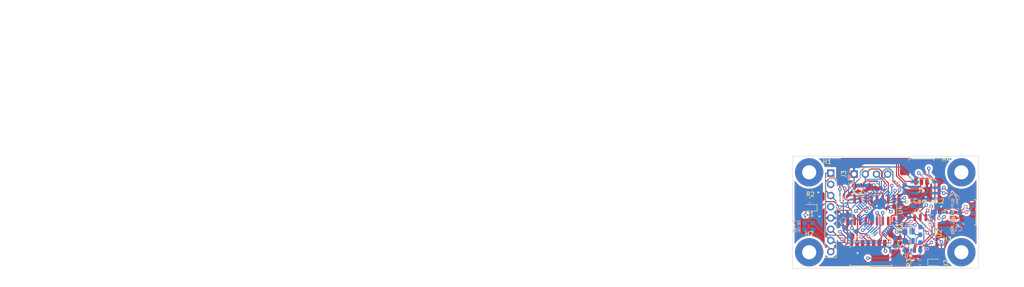
<source format=kicad_pcb>
(kicad_pcb (version 20211014) (generator pcbnew)
  (title_block (title "SLCam") (date "2023-02-07") (rev "v0.2") (company "Space Technology Research Laboratory - SpaceLab") (comment 1 "Support: Gabriel Mariano Marcelino <gabriel.mm8@gmail.com>") (comment 2 "Author: Vitória Beatriz Bianchin <vitoriabbianchin@gmail.com>"))
  (layers (0 "F.Cu" signal) (1 "In1.Cu" signal) (2 "In2.Cu" signal) (31 "B.Cu" signal) (34 "B.Paste" user) (35 "F.Paste" user) (36 "B.SilkS" user "B.Silkscreen") (37 "F.SilkS" user "F.Silkscreen") (38 "B.Mask" user) (39 "F.Mask" user) (44 "Edge.Cuts" user))
  (net 0 "")
  (net 2 "/SPI2_MISO")
  (net 3 "/SPI2_MOSI")
  (net 4 "/SPI2_SCK")
  (net 10 "/SPI_NSS")
  (net 12 "/OSC_IN2")
  (net 13 "/OSC_OUT2")
  (net 14 "/CAN_SHDN")
  (net 16 "/CAN_S")
  (net 19 "/FLASH_WP")
  (net 20 "/FLASH_HR")
  (net 24 "GND")
  (net 25 "/RESET")
  (net 26 "VCC")
  (net 27 "Net-(D1-Pad1)")
  (net 28 "Net-(D2-Pad1)")
  (net 29 "/SPI_SCK")
  (net 30 "/SPI_MISO")
  (net 31 "/SPI_MOSI")
  (net 32 "/I2C_SCL")
  (net 33 "/I2C_SDA")
  (net 34 "/3V3_IMG_SENSOR")
  (net 35 "/SPI_NSS_IMG")
  (net 36 "/SWDIO")
  (net 37 "/SWCLK")
  (net 38 "/CAN_N")
  (net 39 "/CAN_P")
  (net 40 "/UART_TX")
  (net 41 "/UART_RX")
  (net 42 "/BOOT0")
  (net 43 "/BOOT1")
  (net 44 "/CAN_TX")
  (net 45 "/CAN_RX")
  (net 46 "/EN_SWITCH")
  (net 47 "/SPI_NSS_FLASH")
  (net 48 "Net-(C7-Pad2)")
  (net 49 "/OSC_IN")
  (net 50 "/OSC_OUT")
  (net 51 "/HEARTBEAT")
  (footprint "Connector_PinHeader_2.54mm:PinHeader_1x08_P2.54mm_Vertical" (layer "F.Cu") (at 205.79 53.62)
    (fp_text reference "J2")
    (fp_text value "Conn_01x08")
  )
  (footprint "Package_SO:SOIC-8_5.23x5.23mm_P1.27mm" (layer "F.Cu") (at 226.695 67.266 90)
    (fp_text reference "U2")
    (fp_text value "W25Q128JVS")
  )
  (footprint "Package_SO:SOIC-16_3.9x9.9mm_P1.27mm" (layer "F.Cu") (at 215.646 61.976 -90)
    (fp_text reference "U4")
    (fp_text value "TPS2044D")
  )
  (footprint "Connector_PinHeader_2.54mm:PinHeader_1x04_P2.54mm_Vertical" (layer "F.Cu") (at 211.074 53.848 90)
    (fp_text reference "J3")
    (fp_text value "Conn_01x04")
  )
  (footprint "MountingHole:MountingHole_3.2mm_M3_Pad" (layer "F.Cu") (at 200.914 53.44)
    (fp_text reference "H1")
    (fp_text value "MountingHole")
  )
  (footprint "MountingHole:MountingHole_3.2mm_M3_Pad" (layer "F.Cu") (at 200.914 71.53)
    (fp_text reference "H2")
    (fp_text value "MountingHole")
  )
  (footprint "MountingHole:MountingHole_3.2mm_M3_Pad" (layer "F.Cu") (at 235.36 71.53)
    (fp_text reference "H3")
    (fp_text value "MountingHole")
  )
  (footprint "MountingHole:MountingHole_3.2mm_M3_Pad" (layer "F.Cu") (at 235.36 53.44)
    (fp_text reference "H4")
    (fp_text value "MountingHole")
  )
  (footprint "Capacitor_SMD:C_0603_1608Metric_Pad1.05x0.95mm_HandSolder" (layer "F.Cu") (at 222.9612 70.1154 -90)
    (fp_text reference "C1")
    (fp_text value "1uF")
  )
  (footprint "LED_SMD:LED_0603_1608Metric_Pad1.05x0.95mm_HandSolder" (layer "F.Cu") (at 201.055 61.468 180)
    (fp_text reference "D1")
    (fp_text value "LED")
  )
  (footprint "Connector_Molex:Molex_PicoBlade_53261-0671_1x06-1MP_P1.25mm_Horizontal" (layer "F.Cu") (at 214.884 71.882)
    (fp_text reference "J1")
    (fp_text value "532610671")
  )
  (footprint "Connector_Molex:Molex_PicoBlade_53261-0371_1x03-1MP_P1.25mm_Horizontal" (layer "F.Cu") (at 235.966 62.484 90)
    (fp_text reference "J4")
    (fp_text value "532610371")
  )
  (footprint "Resistor_SMD:R_0603_1608Metric_Pad1.05x0.95mm_HandSolder" (layer "F.Cu") (at 222.6564 66.2318 -90)
    (fp_text reference "R1")
    (fp_text value "10K")
  )
  (footprint "Resistor_SMD:R_0603_1608Metric_Pad1.05x0.95mm_HandSolder" (layer "F.Cu") (at 201.055 59.7916 180)
    (fp_text reference "R2")
    (fp_text value "510")
  )
  (footprint "Resistor_SMD:R_0603_1608Metric_Pad1.05x0.95mm_HandSolder" (layer "F.Cu") (at 226.0092 73.8124)
    (fp_text reference "R3")
    (fp_text value "510")
  )
  (footprint "Connector_Molex:Molex_PicoBlade_53261-0371_1x03-1MP_P1.25mm_Horizontal" (layer "F.Cu") (at 226.314 53.086 180)
    (fp_text reference "J5")
    (fp_text value "532610371")
  )
  (footprint "Capacitor_SMD:C_0603_1608Metric_Pad1.05x0.95mm_HandSolder" (layer "F.Cu") (at 211.9884 56.388)
    (fp_text reference "C2")
    (fp_text value "100nF")
  )
  (footprint "LED_SMD:LED_0603_1608Metric_Pad1.05x0.95mm_HandSolder" (layer "F.Cu") (at 229.4242 73.8124)
    (fp_text reference "D2")
    (fp_text value "LED")
  )
  (footprint "Package_QFP:LQFP-48_7x7mm_P0.5mm" (layer "B.Cu") (at 216.988109 62.511445 135)
    (fp_text reference "U1")
    (fp_text value "STM32F103C8Tx")
  )
  (footprint "Crystal:Crystal_SMD_Abracon_ABM8G-4Pin_3.2x2.5mm" (layer "B.Cu") (at 223.354 67.902 -90)
    (fp_text reference "Y1")
    (fp_text value "Crystal_GND24")
  )
  (footprint "Package_SO:SOIC-8_3.9x4.9mm_P1.27mm" (layer "B.Cu") (at 227.265 57.531)
    (fp_text reference "U3")
    (fp_text value "TCAN330G")
  )
  (footprint "Resistor_SMD:R_0603_1608Metric_Pad1.05x0.95mm_HandSolder" (layer "B.Cu") (at 222.504 57.1614 -90)
    (fp_text reference "R4")
    (fp_text value "100K")
  )
  (footprint "Resistor_SMD:R_0603_1608Metric_Pad1.05x0.95mm_HandSolder" (layer "B.Cu") (at 210.930718 67.453282 45)
    (fp_text reference "R5")
    (fp_text value "100K")
  )
  (footprint "Resistor_SMD:R_0603_1608Metric_Pad1.05x0.95mm_HandSolder" (layer "B.Cu") (at 200.801 66.4464)
    (fp_text reference "R6")
    (fp_text value "10K")
  )
  (footprint "Resistor_SMD:R_0603_1608Metric_Pad1.05x0.95mm_HandSolder" (layer "B.Cu") (at 200.8124 64.9224)
    (fp_text reference "R7")
    (fp_text value "10K")
  )
  (footprint "Resistor_SMD:R_0603_1608Metric_Pad1.05x0.95mm_HandSolder" (layer "B.Cu") (at 237.998 61.835 90)
    (fp_text reference "R8")
    (fp_text value "120")
  )
  (footprint "Capacitor_SMD:C_0603_1608Metric_Pad1.05x0.95mm_HandSolder" (layer "B.Cu") (at 209.566282 65.388718 -135)
    (fp_text reference "C3")
    (fp_text value "10nF")
  )
  (footprint "Capacitor_SMD:C_0603_1608Metric_Pad1.05x0.95mm_HandSolder" (layer "B.Cu") (at 225.284 61.087)
    (fp_text reference "C5")
    (fp_text value "10nF")
  )
  (footprint "Capacitor_SMD:C_0603_1608Metric_Pad1.05x0.95mm_HandSolder" (layer "B.Cu") (at 220.4212 69.3026 -90)
    (fp_text reference "C6")
    (fp_text value "10nF")
  )
  (footprint "Capacitor_SMD:C_0603_1608Metric_Pad1.05x0.95mm_HandSolder" (layer "B.Cu") (at 226.06 66.689 90)
    (fp_text reference "C7")
    (fp_text value "20pF")
  )
  (footprint "Capacitor_SMD:C_0603_1608Metric_Pad1.05x0.95mm_HandSolder" (layer "B.Cu") (at 226.06 70.217 90)
    (fp_text reference "C8")
    (fp_text value "20pF")
  )
  (footprint "Resistor_SMD:R_0603_1608Metric_Pad1.05x0.95mm_HandSolder" (layer "B.Cu") (at 223.407 71.12)
    (fp_text reference "R9")
    (fp_text value "1M")
  )
  (footprint "Capacitor_SMD:C_0603_1608Metric_Pad1.05x0.95mm_HandSolder" (layer "B.Cu") (at 212.993 56.4896 180)
    (fp_text reference "C4")
    (fp_text value "10nF")
  )
  (footprint "Capacitor_SMD:C_0603_1608Metric_Pad1.08x0.95mm_HandSolder" (layer "B.Cu") (at 234.1372 62.6364)
    (fp_text reference "C9")
    (fp_text value "12pF")
  )
  (footprint "lib:spacelab-logo" (layer "B.Cu") (at 233.68 62.484 -90)
    (fp_text reference "G***" hide)
    (fp_text value "LOGO" hide)
  )
  (footprint "lib:ECS-.327-12.5-34R-C-TR" (layer "B.Cu") (at 230.99395 63.7032 -90)
    (fp_text reference "Y2")
    (fp_text value "Crystal")
  )
  (footprint "Capacitor_SMD:C_0603_1608Metric_Pad1.08x0.95mm_HandSolder" (layer "B.Cu") (at 234.1372 64.8208)
    (fp_text reference "C10")
    (fp_text value "12pF")
  )
  (gr_poly (pts (xy 239.268 75.184) (xy 197.104 75.184) (xy 197.104 49.784) (xy 239.268 49.784)) (layer "Edge.Cuts") (width 0.1) (fill none))
  (gr_text "SLCam v0.2" (at 227.076 59.944) (layer "F.SilkS") (effects (font (size 1 1))))
  (segment (start 207.149089 54.800911) (end 205.488079 54.800911) (width 0.25) (layer "F.Cu") (net 2))
  (segment (start 208.28109 50.29309) (end 223.912873 50.29309) (width 0.25) (layer "F.Cu") (net 2))
  (segment (start 207.149089 51.422911) (end 208.28 50.292) (width 0.25) (layer "F.Cu") (net 2))
  (segment (start 205.488079 54.800911) (end 204.615489 55.673501) (width 0.25) (layer "F.Cu") (net 2))
  (segment (start 204.615489 57.525489) (end 205.79 58.7) (width 0.25) (layer "F.Cu") (net 2))
  (segment (start 229.360075 55.740292) (end 229.360075 67.364853) (width 0.25) (layer "F.Cu") (net 2))
  (segment (start 226.06 70.664928) (end 226.06 70.866) (width 0.25) (layer "F.Cu") (net 2))
  (segment (start 223.912873 50.29309) (end 229.360075 55.740292) (width 0.25) (layer "F.Cu") (net 2))
  (segment (start 207.149089 54.800911) (end 207.149089 51.422911) (width 0.25) (layer "F.Cu") (net 2))
  (segment (start 208.28 50.292) (end 208.28109 50.29309) (width 0.25) (layer "F.Cu") (net 2))
  (segment (start 226.06 70.866) (end 226.06 71.566784) (width 0.25) (layer "F.Cu") (net 2))
  (segment (start 204.615489 55.673501) (end 204.615489 57.525489) (width 0.25) (layer "F.Cu") (net 2))
  (segment (start 229.360075 67.364853) (end 226.06 70.664928) (width 0.25) (layer "F.Cu") (net 2))
  (segment (start 207.102049 60.012049) (end 207.102049 61.620115) (width 0.25) (layer "B.Cu") (net 2))
  (segment (start 211.882742 60.202058) (end 212.203848 60.202058) (width 0.25) (layer "B.Cu") (net 2))
  (segment (start 207.102049 61.620115) (end 207.526457 62.044523) (width 0.25) (layer "B.Cu") (net 2))
  (segment (start 207.526457 62.044523) (end 210.040277 62.044523) (width 0.25) (layer "B.Cu") (net 2))
  (segment (start 205.79 58.7) (end 207.102049 60.012049) (width 0.25) (layer "B.Cu") (net 2))
  (segment (start 210.040277 62.044523) (end 211.882742 60.202058) (width 0.25) (layer "B.Cu") (net 2))
  (segment (start 205.79 58.116) (end 205.79 58.7) (width 0.25) (layer "B.Cu") (net 2))
  (segment (start 212.203848 60.202058) (end 212.80734 60.80555) (width 0.25) (layer "B.Cu") (net 2))
  (segment (start 214.582609 61.547033) (end 213.562602 61.547033) (width 0.25) (layer "F.Cu") (net 3))
  (segment (start 228.6 63.666) (end 228.6 61.1632) (width 0.25) (layer "F.Cu") (net 3))
  (segment (start 211.84648 66.66008) (end 212.533889 67.347489) (width 0.25) (layer "F.Cu") (net 3))
  (segment (start 215.509 69.1542) (end 214.3252 67.9704) (width 0.25) (layer "F.Cu") (net 3))
  (segment (start 211.84648 63.263155) (end 211.84648 66.66008) (width 0.25) (layer "F.Cu") (net 3))
  (segment (start 215.509 69.482) (end 215.509 69.1542) (width 0.25) (layer "F.Cu") (net 3))
  (segment (start 213.562602 61.547033) (end 211.84648 63.263155) (width 0.25) (layer "F.Cu") (net 3))
  (segment (start 228.6 61.1632) (end 228.5492 61.1124) (width 0.25) (layer "F.Cu") (net 3))
  (segment (start 213.702289 67.347489) (end 214.3252 67.9704) (width 0.25) (layer "F.Cu") (net 3))
  (segment (start 212.533889 67.347489) (end 213.702289 67.347489) (width 0.25) (layer "F.Cu") (net 3))
  (via (at 214.3252 67.9704) (size 0.8) (drill 0.4) (layers "F.Cu" "B.Cu") (net 3))
  (via (at 214.582609 61.547033) (size 0.8) (drill 0.4) (layers "F.Cu" "B.Cu") (net 3))
  (via (at 228.5492 61.1124) (size 0.8) (drill 0.4) (layers "F.Cu" "B.Cu") (net 3))
  (segment (start 214.582609 61.547033) (end 214.255931 61.547033) (width 0.25) (layer "B.Cu") (net 3))
  (segment (start 214.255931 61.547033) (end 213.160894 60.451996) (width 0.25) (layer "B.Cu") (net 3))
  (segment (start 227.7364 62.0776) (end 227.33 62.484) (width 0.25) (layer "F.Cu") (net 4))
  (segment (start 227.33 62.484) (end 227.33 63.666) (width 0.25) (layer "F.Cu") (net 4))
  (via (at 227.7364 62.0776) (size 0.8) (drill 0.4) (layers "F.Cu" "B.Cu") (net 4))
  (via (at 213.862716 62.271533) (size 0.8) (drill 0.4) (layers "F.Cu" "B.Cu") (net 4))
  (segment (start 213.566217 62.271533) (end 213.862716 62.271533) (width 0.25) (layer "B.Cu") (net 4))
  (segment (start 212.453787 61.159103) (end 213.566217 62.271533) (width 0.25) (layer "B.Cu") (net 4))
  (segment (start 218.009 69.482) (end 218.009 71.107872) (width 0.25) (layer "F.Cu") (net 10))
  (segment (start 218.009 71.107872) (end 218.176898 71.27577) (width 0.25) (layer "F.Cu") (net 10))
  (via (at 218.176898 71.27577) (size 0.8) (drill 0.4) (layers "F.Cu" "B.Cu") (net 10))
  (via (at 217.554942 62.558914) (size 0.8) (drill 0.4) (layers "F.Cu" "B.Cu") (net 10))
  (segment (start 217.554942 62.558914) (end 217.554942 65.126592) (width 0.25) (layer "B.Cu") (net 10))
  (segment (start 217.554942 65.126592) (end 215.635767 67.045767) (width 0.25) (layer "B.Cu") (net 10))
  (via (at 223.9264 64.603469) (size 0.8) (drill 0.4) (layers "F.Cu" "B.Cu") (net 12))
  (via (at 230.2764 63.8048) (size 0.8) (drill 0.4) (layers "F.Cu" "B.Cu") (net 12))
  (segment (start 231.12095 62.6364) (end 230.99395 62.5094) (width 0.25) (layer "B.Cu") (net 12))
  (segment (start 223.709069 64.8208) (end 221.772338 64.8208) (width 0.25) (layer "B.Cu") (net 12))
  (segment (start 233.2747 62.6364) (end 231.12095 62.6364) (width 0.25) (layer "B.Cu") (net 12))
  (segment (start 223.9264 64.603469) (end 223.709069 64.8208) (width 0.25) (layer "B.Cu") (net 12))
  (segment (start 230.2764 63.2714) (end 231.0384 62.5094) (width 0.25) (layer "B.Cu") (net 12))
  (segment (start 230.2764 63.8048) (end 230.2764 63.2714) (width 0.25) (layer "B.Cu") (net 12))
  (segment (start 221.772338 64.8208) (end 221.168878 64.21734) (width 0.25) (layer "B.Cu") (net 12))
  (via (at 231.4448 63.5508) (size 0.8) (drill 0.4) (layers "F.Cu" "B.Cu") (net 13))
  (via (at 224.831342 65.338258) (size 0.8) (drill 0.4) (layers "F.Cu" "B.Cu") (net 13))
  (segment (start 231.0384 64.897) (end 231.0384 63.9572) (width 0.25) (layer "B.Cu") (net 13))
  (segment (start 224.831342 65.338258) (end 224.821053 65.327969) (width 0.25) (layer "B.Cu") (net 13))
  (segment (start 231.1146 64.8208) (end 231.0384 64.897) (width 0.25) (layer "B.Cu") (net 13))
  (segment (start 231.0384 63.9572) (end 231.4448 63.5508) (width 0.25) (layer "B.Cu") (net 13))
  (segment (start 224.821053 65.327969) (end 221.572399 65.327969) (width 0.25) (layer "B.Cu") (net 13))
  (segment (start 233.2747 64.8208) (end 231.07015 64.8208) (width 0.25) (layer "B.Cu") (net 13))
  (segment (start 231.07015 64.8208) (end 230.99395 64.897) (width 0.25) (layer "B.Cu") (net 13))
  (segment (start 221.572399 65.327969) (end 220.815324 64.570894) (width 0.25) (layer "B.Cu") (net 13))
  (via (at 227.9904 52.5272) (size 0.8) (drill 0.4) (layers "F.Cu" "B.Cu") (net 14))
  (via (at 219.6084 56.4388) (size 0.8) (drill 0.4) (layers "F.Cu" "B.Cu") (net 14))
  (segment (start 227.9904 53.8764) (end 227.9904 52.5272) (width 0.25) (layer "B.Cu") (net 14))
  (segment (start 219.615014 56.445414) (end 219.615014 58.116774) (width 0.25) (layer "B.Cu") (net 14))
  (segment (start 219.6084 56.4388) (end 219.615014 56.445414) (width 0.25) (layer "B.Cu") (net 14))
  (segment (start 229.74 55.626) (end 227.9904 53.8764) (width 0.25) (layer "B.Cu") (net 14))
  (segment (start 219.615014 58.116774) (end 219.047558 58.68423) (width 0.25) (layer "B.Cu") (net 14))
  (via (at 225.7044 53.594) (size 0.8) (drill 0.4) (layers "F.Cu" "B.Cu") (net 16))
  (via (at 220.343492 57.617248) (size 0.8) (drill 0.4) (layers "F.Cu" "B.Cu") (net 16))
  (segment (start 219.401111 59.037783) (end 220.343492 58.095402) (width 0.25) (layer "B.Cu") (net 16))
  (segment (start 228.44048 56.33008) (end 228.44048 58.81928) (width 0.25) (layer "B.Cu") (net 16))
  (segment (start 225.7044 53.594) (end 228.44048 56.33008) (width 0.25) (layer "B.Cu") (net 16))
  (segment (start 229.0572 59.436) (end 229.74 59.436) (width 0.25) (layer "B.Cu") (net 16))
  (segment (start 220.343492 58.095402) (end 220.343492 57.617248) (width 0.25) (layer "B.Cu") (net 16))
  (segment (start 228.44048 58.81928) (end 229.0572 59.436) (width 0.25) (layer "B.Cu") (net 16))
  (segment (start 226.06 63.666) (end 226.06 62.23) (width 0.25) (layer "F.Cu") (net 19))
  (segment (start 226.06 62.23) (end 227.4316 60.8584) (width 0.25) (layer "F.Cu") (net 19))
  (via (at 222.4532 59.2328) (size 0.8) (drill 0.4) (layers "F.Cu" "B.Cu") (net 19))
  (via (at 227.4316 60.8584) (size 0.8) (drill 0.4) (layers "F.Cu" "B.Cu") (net 19))
  (segment (start 222.4532 59.2328) (end 222.03452 59.2328) (width 0.25) (layer "B.Cu") (net 19))
  (segment (start 222.03452 59.2328) (end 220.815324 60.451996) (width 0.25) (layer "B.Cu") (net 19))
  (segment (start 227.33 70.866) (end 227.33 70.5104) (width 0.25) (layer "F.Cu") (net 20))
  (segment (start 227.33 70.5104) (end 228.5492 69.2912) (width 0.25) (layer "F.Cu") (net 20))
  (via (at 228.5492 69.2912) (size 0.8) (drill 0.4) (layers "F.Cu" "B.Cu") (net 20))
  (via (at 222.9612 60.1472) (size 0.8) (drill 0.4) (layers "F.Cu" "B.Cu") (net 20))
  (segment (start 221.827228 60.1472) (end 222.9612 60.1472) (width 0.25) (layer "B.Cu") (net 20))
  (segment (start 221.168878 60.80555) (end 221.827228 60.1472) (width 0.25) (layer "B.Cu") (net 20))
  (segment (start 211.074 53.848) (end 211.074 56.377) (width 0.25) (layer "F.Cu") (net 24))
  (segment (start 222.9612 70.9904) (end 219.46648 67.49568) (width 0.25) (layer "F.Cu") (net 24))
  (segment (start 215.934448 60.80052) (end 215.011 59.877072) (width 0.25) (layer "F.Cu") (net 24))
  (segment (start 229.5144 71.7804) (end 229.5144 72.898) (width 0.25) (layer "F.Cu") (net 24))
  (segment (start 228.6 70.866) (end 229.809595 69.656405) (width 0.25) (layer "F.Cu") (net 24))
  (segment (start 219.46648 67.49568) (end 219.46648 63.429448) (width 0.25) (layer "F.Cu") (net 24))
  (segment (start 215.011 59.877072) (end 215.011 59.501) (width 0.25) (layer "F.Cu") (net 24))
  (segment (start 211.1134 57.359531) (end 210.914757 57.558174) (width 0.25) (layer "F.Cu") (net 24))
  (segment (start 219.744448 63.15148) (end 223.41132 63.15148) (width 0.25) (layer "F.Cu") (net 24))
  (segment (start 225.1342 73.8124) (end 224.29056 74.65604) (width 0.25) (layer "F.Cu") (net 24))
  (segment (start 223.41132 63.15148) (end 223.4184 63.1444) (width 0.25) (layer "F.Cu") (net 24))
  (segment (start 211.074 56.377) (end 211.085 56.388) (width 0.25) (layer "F.Cu") (net 24))
  (segment (start 226.0486 72.898) (end 225.1342 73.8124) (width 0.25) (layer "F.Cu") (net 24))
  (segment (start 223.874508 72.301899) (end 223.874508 71.903708) (width 0.25) (layer "F.Cu") (net 24))
  (segment (start 220.091 59.501) (end 220.091 60.579) (width 0.25) (layer "F.Cu") (net 24))
  (segment (start 201.93 59.004312) (end 202.965109 57.969203) (width 0.25) (layer "F.Cu") (net 24))
  (segment (start 214.812576 74.65604) (end 211.875998 71.719462) (width 0.25) (layer "F.Cu") (net 24))
  (segment (start 229.809595 67.490405) (end 233.566 63.734) (width 0.25) (layer "F.Cu") (net 24))
  (segment (start 201.93 59.7916) (end 201.93 59.004312) (width 0.25) (layer "F.Cu") (net 24))
  (segment (start 229.809595 69.656405) (end 229.809595 67.490405) (width 0.25) (layer "F.Cu") (net 24))
  (segment (start 219.46648 63.429448) (end 219.744448 63.15148) (width 0.25) (layer "F.Cu") (net 24))
  (segment (start 220.091 60.579) (end 219.456 61.214) (width 0.25) (layer "F.Cu") (net 24))
  (segment (start 223.874508 71.903708) (end 222.9612 70.9904) (width 0.25) (layer "F.Cu") (net 24))
  (segment (start 228.6 71.12) (end 228.6 70.866) (width 0.25) (layer "F.Cu") (net 24))
  (segment (start 229.5144 72.898) (end 226.0486 72.898) (width 0.25) (layer "F.Cu") (net 24))
  (segment (start 215.940849 60.80052) (end 215.934448 60.80052) (width 0.25) (layer "F.Cu") (net 24))
  (segment (start 216.215829 61.0755) (end 215.940849 60.80052) (width 0.25) (layer "F.Cu") (net 24))
  (segment (start 228.6 70.866) (end 229.5144 71.7804) (width 0.25) (layer "F.Cu") (net 24))
  (segment (start 224.29056 74.65604) (end 214.812576 74.65604) (width 0.25) (layer "F.Cu") (net 24))
  (segment (start 211.1134 56.388) (end 211.1134 57.359531) (width 0.25) (layer "F.Cu") (net 24))
  (via (at 223.874508 72.301899) (size 0.8) (drill 0.4) (layers "F.Cu" "B.Cu") (net 24))
  (via (at 230.776321 61.199578) (size 0.8) (drill 0.4) (layers "F.Cu" "B.Cu") (net 24))
  (via (at 209.90534 66.900067) (size 0.8) (drill 0.4) (layers "F.Cu" "B.Cu") (net 24))
  (via (at 223.4184 63.1444) (size 0.8) (drill 0.4) (layers "F.Cu" "B.Cu") (net 24))
  (via (at 226.69931 57.584114) (size 0.8) (drill 0.4) (layers "F.Cu" "B.Cu") (net 24))
  (via (at 216.215829 61.0755) (size 0.8) (drill 0.4) (layers "F.Cu" "B.Cu") (net 24))
  (via (at 203.259568 63.424233) (size 0.8) (drill 0.4) (layers "F.Cu" "B.Cu") (net 24))
  (via (at 202.965109 57.969203) (size 0.8) (drill 0.4) (layers "F.Cu" "B.Cu") (net 24))
  (via (at 219.456 61.214) (size 0.8) (drill 0.4) (layers "F.Cu" "B.Cu") (net 24))
  (via (at 207.684157 62.861398) (size 0.8) (drill 0.4) (layers "F.Cu" "B.Cu") (net 24))
  (via (at 211.875998 71.719462) (size 0.8) (drill 0.4) (layers "F.Cu" "B.Cu") (net 24))
  (via (at 227.299379 59.020643) (size 0.8) (drill 0.4) (layers "F.Cu" "B.Cu") (net 24))
  (via (at 215.5444 56.3372) (size 0.8) (drill 0.4) (layers "F.Cu" "B.Cu") (net 24))
  (via (at 210.914757 57.558174) (size 0.8) (drill 0.4) (layers "F.Cu" "B.Cu") (net 24))
  (segment (start 210.312 68.072) (end 210.312 67.306727) (width 0.25) (layer "B.Cu") (net 24))
  (segment (start 224.204 69.002) (end 224.204 68.902) (width 0.25) (layer "B.Cu") (net 24))
  (segment (start 224.79 58.166) (end 226.117424 58.166) (width 0.25) (layer "B.Cu") (net 24))
  (segment (start 215.5444 56.3372) (end 215.032276 56.849324) (width 0.25) (layer "B.Cu") (net 24))
  (segment (start 213.41786 70.1776) (end 211.875998 71.719462) (width 0.25) (layer "B.Cu") (net 24))
  (segment (start 227.299379 59.946621) (end 226.159 61.087) (width 0.25) (layer "B.Cu") (net 24))
  (segment (start 216.083363 61.0755) (end 214.162819 62.996044) (width 0.25) (layer "B.Cu") (net 24))
  (segment (start 226.117424 58.166) (end 226.69931 57.584114) (width 0.25) (layer "B.Cu") (net 24))
  (segment (start 216.215829 61.0755) (end 216.083363 61.0755) (width 0.25) (layer "B.Cu") (net 24))
  (segment (start 222.504 67.202) (end 222.504 66.802) (width 0.25) (layer "B.Cu") (net 24))
  (segment (start 224.204 69.002) (end 223.43248 69.77352) (width 0.25) (layer "B.Cu") (net 24))
  (segment (start 221.522431 61.159103) (end 220.954974 61.72656) (width 0.25) (layer "B.Cu") (net 24))
  (segment (start 220.954974 61.72656) (end 219.96856 61.72656) (width 0.25) (layer "B.Cu") (net 24))
  (segment (start 215.032276 56.849324) (end 215.032276 57.373632) (width 0.25) (layer "B.Cu") (net 24))
  (segment (start 212.118 56.4896) (end 211.983331 56.4896) (width 0.25) (layer "B.Cu") (net 24))
  (segment (start 209.012709 66.007436) (end 209.90534 66.900067) (width 0.25) (layer "B.Cu") (net 24))
  (segment (start 214.162819 62.996044) (end 213.32153 62.996044) (width 0.25) (layer "B.Cu") (net 24))
  (segment (start 210.312 67.306727) (end 209.90534 66.900067) (width 0.25) (layer "B.Cu") (net 24))
  (segment (start 223.43248 69.77352) (end 223.43248 71.859871) (width 0.25) (layer "B.Cu") (net 24))
  (segment (start 220.4212 70.1776) (end 213.41786 70.1776) (width 0.25) (layer "B.Cu") (net 24))
  (segment (start 227.299379 59.020643) (end 227.299379 59.946621) (width 0.25) (layer "B.Cu") (net 24))
  (segment (start 223.874508 72.301899) (end 223.43248 71.859871) (width 0.25) (layer "B.Cu") (net 24))
  (segment (start 224.204 68.902) (end 222.504 67.202) (width 0.25) (layer "B.Cu") (net 24))
  (segment (start 213.32153 62.996044) (end 212.453787 63.863787) (width 0.25) (layer "B.Cu") (net 24))
  (segment (start 215.032276 57.373632) (end 215.635767 57.977123) (width 0.25) (layer "B.Cu") (net 24))
  (segment (start 208.947564 66.007436) (end 209.012709 66.007436) (width 0.25) (layer "B.Cu") (net 24))
  (segment (start 219.96856 61.72656) (end 219.456 61.214) (width 0.25) (layer "B.Cu") (net 24))
  (segment (start 211.983331 56.4896) (end 210.914757 57.558174) (width 0.25) (layer "B.Cu") (net 24))
  (segment (start 222.9612 69.2404) (end 222.504 68.7832) (width 0.25) (layer "F.Cu") (net 25))
  (segment (start 222.504 67.2592) (end 222.6564 67.1068) (width 0.25) (layer "F.Cu") (net 25))
  (segment (start 222.504 68.7832) (end 222.504 67.2592) (width 0.25) (layer "F.Cu") (net 25))
  (segment (start 222.504 66.9544) (end 222.6564 67.1068) (width 0.25) (layer "F.Cu") (net 25))
  (segment (start 220.726 66.9544) (end 222.504 66.9544) (width 0.25) (layer "F.Cu") (net 25))
  (via (at 220.726 66.9544) (size 0.8) (drill 0.4) (layers "F.Cu" "B.Cu") (net 25))
  (segment (start 219.754664 65.631554) (end 220.726 66.60289) (width 0.25) (layer "B.Cu") (net 25))
  (segment (start 220.726 66.60289) (end 220.726 66.9544) (width 0.25) (layer "B.Cu") (net 25))
  (segment (start 223.921414 63.666) (end 223.718503 63.868911) (width 0.25) (layer "F.Cu") (net 26))
  (segment (start 213.8794 55.372) (end 212.8634 56.388) (width 0.25) (layer "F.Cu") (net 26))
  (segment (start 212.8634 56.388) (end 213.614 55.6374) (width 0.25) (layer "F.Cu") (net 26))
  (segment (start 217.897552 60.80052) (end 217.204448 60.80052) (width 0.25) (layer "F.Cu") (net 26))
  (segment (start 216.718001 52.672999) (end 214.789001 52.672999) (width 0.25) (layer "F.Cu") (net 26))
  (segment (start 217.204448 60.80052) (end 216.281 59.877072) (width 0.25) (layer "F.Cu") (net 26))
  (segment (start 211.201 59.501) (end 210.247 59.501) (width 0.25) (layer "F.Cu") (net 26))
  (segment (start 222.6564 64.6176) (end 222.6564 65.3568) (width 0.25) (layer "F.Cu") (net 26))
  (segment (start 210.247 59.501) (end 209.539521 60.208479) (width 0.25) (layer "F.Cu") (net 26))
  (segment (start 216.281 59.877072) (end 216.281 59.501) (width 0.25) (layer "F.Cu") (net 26))
  (segment (start 214.789001 52.672999) (end 214.463999 52.998001) (width 0.25) (layer "F.Cu") (net 26))
  (segment (start 213.614 55.6374) (end 213.614 53.848) (width 0.25) (layer "F.Cu") (net 26))
  (segment (start 210.592701 66.09051) (end 210.57648 66.074289) (width 0.25) (layer "F.Cu") (net 26))
  (segment (start 218.821 55.87859) (end 217.329001 54.386591) (width 0.25) (layer "F.Cu") (net 26))
  (segment (start 217.329001 54.386591) (end 217.329001 53.283999) (width 0.25) (layer "F.Cu") (net 26))
  (segment (start 223.718503 63.868911) (end 223.405089 63.868911) (width 0.25) (layer "F.Cu") (net 26))
  (segment (start 200.18 62.964) (end 200.0504 63.0936) (width 0.25) (layer "F.Cu") (net 26))
  (segment (start 201.8284 63.0936) (end 200.0504 63.0936) (width 0.25) (layer "F.Cu") (net 26))
  (segment (start 218.821 59.501) (end 218.821 59.877072) (width 0.25) (layer "F.Cu") (net 26))
  (segment (start 206.572037 60.065489) (end 204.856511 60.065489) (width 0.25) (layer "F.Cu") (net 26))
  (segment (start 210.592701 66.09051) (end 211.759 67.256809) (width 0.25) (layer "F.Cu") (net 26))
  (segment (start 209.539521 60.208479) (end 209.539521 61.11767) (width 0.25) (layer "F.Cu") (net 26))
  (segment (start 224.79 64.272318) (end 224.79 63.666) (width 0.25) (layer "F.Cu") (net 26))
  (segment (start 207.82656 61.320012) (end 206.572037 60.065489) (width 0.25) (layer "F.Cu") (net 26))
  (segment (start 212.471 59.501) (end 211.201 59.501) (width 0.25) (layer "F.Cu") (net 26))
  (segment (start 224.79 63.666) (end 223.921414 63.666) (width 0.25) (layer "F.Cu") (net 26))
  (segment (start 218.821 59.877072) (end 217.897552 60.80052) (width 0.25) (layer "F.Cu") (net 26))
  (segment (start 216.533789 55.756717) (end 216.149072 55.372) (width 0.25) (layer "F.Cu") (net 26))
  (segment (start 211.759 67.256809) (end 211.759 69.482) (width 0.25) (layer "F.Cu") (net 26))
  (segment (start 216.149072 55.372) (end 213.8794 55.372) (width 0.25) (layer "F.Cu") (net 26))
  (segment (start 227.652581 67.134899) (end 224.79 64.272318) (width 0.25) (layer "F.Cu") (net 26))
  (segment (start 223.405089 63.868911) (end 222.6564 64.6176) (width 0.25) (layer "F.Cu") (net 26))
  (segment (start 200.18 61.468) (end 200.18 62.964) (width 0.25) (layer "F.Cu") (net 26))
  (segment (start 214.463999 52.998001) (end 213.614 53.848) (width 0.25) (layer "F.Cu") (net 26))
  (segment (start 209.539521 61.11767) (end 210.57648 62.154629) (width 0.25) (layer "F.Cu") (net 26))
  (segment (start 204.856511 60.065489) (end 201.8284 63.0936) (width 0.25) (layer "F.Cu") (net 26))
  (segment (start 210.57648 66.074289) (end 210.57648 62.154629) (width 0.25) (layer "F.Cu") (net 26))
  (segment (start 217.329001 53.283999) (end 216.718001 52.672999) (width 0.25) (layer "F.Cu") (net 26))
  (segment (start 218.821 59.501) (end 218.821 55.87859) (width 0.25) (layer "F.Cu") (net 26))
  (via (at 216.533789 55.756717) (size 0.8) (drill 0.4) (layers "F.Cu" "B.Cu") (net 26))
  (via (at 209.539521 61.11767) (size 0.8) (drill 0.4) (layers "F.Cu" "B.Cu") (net 26))
  (via (at 210.592701 66.09051) (size 0.8) (drill 0.4) (layers "F.Cu" "B.Cu") (net 26))
  (via (at 227.652581 67.134899) (size 0.8) (drill 0.4) (layers "F.Cu" "B.Cu") (net 26))
  (via (at 207.82656 61.320012) (size 0.8) (drill 0.4) (layers "F.Cu" "B.Cu") (net 26))
  (via (at 200.0504 63.0936) (size 0.8) (drill 0.4) (layers "F.Cu" "B.Cu") (net 26))
  (via (at 214.158678 72.875069) (size 0.8) (drill 0.4) (layers "F.Cu" "B.Cu") (net 26))
  (segment (start 216.533789 55.756717) (end 216.258809 55.481737) (width 0.25) (layer "B.Cu") (net 26))
  (segment (start 223.52 56.896) (end 224.79 56.896) (width 0.25) (layer "B.Cu") (net 26))
  (segment (start 229.043799 65.721799) (end 229.043799 64.9473) (width 0.25) (layer "B.Cu") (net 26))
  (segment (start 210.592701 65.177701) (end 210.185 64.77) (width 0.25) (layer "B.Cu") (net 26))
  (segment (start 231.569995 69.527397) (end 231.569995 68.247995) (width 0.25) (layer "B.Cu") (net 26))
  (segment (start 226.08952 59.205888) (end 227.074857 58.220551) (width 0.25) (layer "B.Cu") (net 26))
  (segment (start 228.230495 64.522892) (end 224.794603 61.087) (width 0.25) (layer "B.Cu") (net 26))
  (segment (start 221.22072 69.22712) (end 221.22072 70.697896) (width 0.25) (layer "B.Cu") (net 26))
  (segment (start 219.043547 72.875069) (end 214.158678 72.875069) (width 0.25) (layer "B.Cu") (net 26))
  (segment (start 223.012 61.722) (end 222.085328 61.722) (width 0.25) (layer "B.Cu") (net 26))
  (segment (start 208.028902 61.11767) (end 207.82656 61.320012) (width 0.25) (layer "B.Cu") (net 26))
  (segment (start 216.92368 57.379996) (end 216.680107 57.623569) (width 0.25) (layer "B.Cu") (net 26))
  (segment (start 228.619391 64.522892) (end 228.230495 64.522892) (width 0.25) (layer "B.Cu") (net 26))
  (segment (start 216.92368 56.887611) (end 216.92368 57.379996) (width 0.25) (layer "B.Cu") (net 26))
  (segment (start 210.592701 66.09051) (end 210.592701 65.177701) (width 0.25) (layer "B.Cu") (net 26))
  (segment (start 216.808769 56.031697) (end 216.808769 56.7727) (width 0.25) (layer "B.Cu") (net 26))
  (segment (start 227.753977 57.28358) (end 227.33 56.859603) (width 0.25) (layer "B.Cu") (net 26))
  (segment (start 229.043799 64.9473) (end 228.619391 64.522892) (width 0.25) (layer "B.Cu") (net 26))
  (segment (start 220.4212 68.4276) (end 220.4212 67.712302) (width 0.25) (layer "B.Cu") (net 26))
  (segment (start 210.693 64.262) (end 210.185 64.77) (width 0.25) (layer "B.Cu") (net 26))
  (segment (start 216.808769 56.7727) (end 216.92368 56.887611) (width 0.25) (layer "B.Cu") (net 26))
  (segment (start 222.9104 56.2864) (end 223.52 56.896) (width 0.25) (layer "B.Cu") (net 26))
  (segment (start 222.504 56.2864) (end 222.9104 56.2864) (width 0.25) (layer "B.Cu") (net 26))
  (segment (start 220.4212 68.4276) (end 221.22072 69.22712) (width 0.25) (layer "B.Cu") (net 26))
  (segment (start 227.074857 58.220551) (end 227.275449 58.220551) (width 0.25) (layer "B.Cu") (net 26))
  (segment (start 199.926 66.4464) (end 199.926 64.9338) (width 0.25) (layer "B.Cu") (net 26))
  (segment (start 223.647 61.087) (end 223.012 61.722) (width 0.25) (layer "B.Cu") (net 26))
  (segment (start 221.22072 70.697896) (end 219.043547 72.875069) (width 0.25) (layer "B.Cu") (net 26))
  (segment (start 200.0504 63.0936) (end 200.0504 64.8094) (width 0.25) (layer "B.Cu") (net 26))
  (segment (start 199.926 64.9338) (end 199.9374 64.9224) (width 0.25) (layer "B.Cu") (net 26))
  (segment (start 214.875863 55.481737) (end 213.868 56.4896) (width 0.25) (layer "B.Cu") (net 26))
  (segment (start 212.100233 63.510233) (end 211.348466 64.262) (width 0.25) (layer "B.Cu") (net 26))
  (segment (start 227.275449 58.220551) (end 227.753977 57.742023) (width 0.25) (layer "B.Cu") (net 26))
  (segment (start 231.569995 68.247995) (end 229.043799 65.721799) (width 0.25) (layer "B.Cu") (net 26))
  (segment (start 224.785072 61.087) (end 226.08952 59.782552) (width 0.25) (layer "B.Cu") (net 26))
  (segment (start 209.539521 61.11767) (end 208.028902 61.11767) (width 0.25) (layer "B.Cu") (net 26))
  (segment (start 227.753977 57.742023) (end 227.753977 57.28358) (width 0.25) (layer "B.Cu") (net 26))
  (segment (start 227.33 56.859603) (end 224.826397 56.859603) (width 0.25) (layer "B.Cu") (net 26))
  (segment (start 216.533789 55.756717) (end 216.808769 56.031697) (width 0.25) (layer "B.Cu") (net 26))
  (segment (start 224.409 61.087) (end 224.785072 61.087) (width 0.25) (layer "B.Cu") (net 26))
  (segment (start 216.680107 57.623569) (end 215.989321 57.623569) (width 0.25) (layer "B.Cu") (net 26))
  (segment (start 211.348466 64.262) (end 210.693 64.262) (width 0.25) (layer "B.Cu") (net 26))
  (segment (start 226.08952 59.782552) (end 226.08952 59.205888) (width 0.25) (layer "B.Cu") (net 26))
  (segment (start 224.826397 56.859603) (end 224.79 56.896) (width 0.25) (layer "B.Cu") (net 26))
  (segment (start 216.258809 55.481737) (end 214.875863 55.481737) (width 0.25) (layer "B.Cu") (net 26))
  (segment (start 224.409 61.087) (end 223.647 61.087) (width 0.25) (layer "B.Cu") (net 26))
  (segment (start 230.469487 69.951805) (end 231.145587 69.951805) (width 0.25) (layer "B.Cu") (net 26))
  (segment (start 231.145587 69.951805) (end 231.569995 69.527397) (width 0.25) (layer "B.Cu") (net 26))
  (segment (start 220.4212 67.712302) (end 219.047558 66.33866) (width 0.25) (layer "B.Cu") (net 26))
  (segment (start 224.794603 61.087) (end 224.409 61.087) (width 0.25) (layer "B.Cu") (net 26))
  (segment (start 200.0504 64.8094) (end 199.9374 64.9224) (width 0.25) (layer "B.Cu") (net 26))
  (segment (start 222.085328 61.722) (end 221.875985 61.512657) (width 0.25) (layer "B.Cu") (net 26))
  (segment (start 227.652581 67.134899) (end 230.469487 69.951805) (width 0.25) (layer "B.Cu") (net 26))
  (segment (start 201.93 61.468) (end 200.2536 59.7916) (width 0.25) (layer "F.Cu") (net 27))
  (segment (start 200.2536 59.7916) (end 200.18 59.7916) (width 0.25) (layer "F.Cu") (net 27))
  (segment (start 228.5492 73.8124) (end 226.8842 73.8124) (width 0.25) (layer "F.Cu") (net 28))
  (segment (start 216.92648 63.261236) (end 216.273572 62.608328) (width 0.25) (layer "F.Cu") (net 29))
  (segment (start 216.759 69.482) (end 217.2716 68.9694) (width 0.25) (layer "F.Cu") (net 29))
  (segment (start 216.92648 67.493415) (end 216.92648 63.261236) (width 0.25) (layer "F.Cu") (net 29))
  (segment (start 217.2716 67.838535) (end 216.92648 67.493415) (width 0.25) (layer "F.Cu") (net 29))
  (segment (start 217.2716 68.9694) (end 217.2716 67.838535) (width 0.25) (layer "F.Cu") (net 29))
  (via (at 216.273572 62.608328) (size 0.8) (drill 0.4) (layers "F.Cu" "B.Cu") (net 29))
  (segment (start 216.273572 62.608328) (end 216.273572 65.700856) (width 0.25) (layer "B.Cu") (net 29))
  (segment (start 216.273572 65.700856) (end 215.282214 66.692214) (width 0.25) (layer "B.Cu") (net 29))
  (segment (start 214.259 69.190217) (end 214.259 69.482) (width 0.25) (layer "F.Cu") (net 30))
  (segment (start 213.140772 68.071989) (end 214.259 69.190217) (width 0.25) (layer "F.Cu") (net 30))
  (segment (start 214.259 69.773783) (end 214.259 69.482) (width 0.25) (layer "F.Cu") (net 30))
  (segment (start 212.771752 68.071989) (end 213.140772 68.071989) (width 0.25) (layer "F.Cu") (net 30))
  (via (at 212.771752 68.071989) (size 0.8) (drill 0.4) (layers "F.Cu" "B.Cu") (net 30))
  (segment (start 213.195331 68.071989) (end 214.92866 66.33866) (width 0.25) (layer "B.Cu") (net 30))
  (segment (start 212.771752 68.071989) (end 213.195331 68.071989) (width 0.25) (layer "B.Cu") (net 30))
  (segment (start 209.899489 52.673489) (end 209.899489 57.164725) (width 0.25) (layer "F.Cu") (net 32))
  (segment (start 209.610613 69.535387) (end 208.88269 70.26331) (width 0.25) (layer "F.Cu") (net 32))
  (segment (start 210.349499 52.223479) (end 209.899489 52.673489) (width 0.25) (layer "F.Cu") (net 32))
  (segment (start 208.644214 58.42) (end 208.644214 66.67603) (width 0.25) (layer "F.Cu") (net 32))
  (segment (start 206.92669 70.26331) (end 205.79 71.4) (width 0.25) (layer "F.Cu") (net 32))
  (segment (start 221.333733 56.944933) (end 219.868511 55.479711) (width 0.25) (layer "F.Cu") (net 32))
  (segment (start 219.868511 53.361501) (end 218.730489 52.223479) (width 0.25) (layer "F.Cu") (net 32))
  (segment (start 218.730489 52.223479) (end 210.349499 52.223479) (width 0.25) (layer "F.Cu") (net 32))
  (segment (start 221.333733 57.460547) (end 221.333733 56.944933) (width 0.25) (layer "F.Cu") (net 32))
  (segment (start 209.610613 67.642429) (end 209.610613 69.535387) (width 0.25) (layer "F.Cu") (net 32))
  (segment (start 208.88269 70.26331) (end 206.92669 70.26331) (width 0.25) (layer "F.Cu") (net 32))
  (segment (start 219.868511 55.479711) (end 219.868511 53.361501) (width 0.25) (layer "F.Cu") (net 32))
  (segment (start 208.644214 66.67603) (end 209.610613 67.642429) (width 0.25) (layer "F.Cu") (net 32))
  (segment (start 209.899489 57.164725) (end 208.644214 58.42) (width 0.25) (layer "F.Cu") (net 32))
  (via (at 221.333733 57.460547) (size 0.8) (drill 0.4) (layers "F.Cu" "B.Cu") (net 32))
  (segment (start 205.79 70.916) (end 205.79 71.4) (width 0.25) (layer "B.Cu") (net 32))
  (segment (start 221.333733 57.460547) (end 221.333733 57.812267) (width 0.25) (layer "B.Cu") (net 32))
  (segment (start 201.676 66.802) (end 205.79 70.916) (width 0.25) (layer "B.Cu") (net 32))
  (segment (start 221.333733 57.812267) (end 219.754664 59.391336) (width 0.25) (layer "B.Cu") (net 32))
  (segment (start 201.676 66.4464) (end 201.676 66.802) (width 0.25) (layer "B.Cu") (net 32))
  (segment (start 205.79 68.86) (end 206.234511 69.304511) (width 0.25) (layer "F.Cu") (net 33))
  (segment (start 209.004511 69.089279) (end 209.004511 68.022121) (width 0.25) (layer "F.Cu") (net 33))
  (segment (start 209.004511 68.022121) (end 207.877524 66.895134) (width 0.25) (layer "F.Cu") (net 33))
  (segment (start 206.234511 69.304511) (end 208.789279 69.304511) (width 0.25) (layer "F.Cu") (net 33))
  (segment (start 208.789279 69.304511) (end 209.004511 69.089279) (width 0.25) (layer "F.Cu") (net 33))
  (via (at 207.877524 66.895134) (size 0.8) (drill 0.4) (layers "F.Cu" "B.Cu") (net 33))
  (via (at 219.4052 62.3316) (size 0.8) (drill 0.4) (layers "F.Cu" "B.Cu") (net 33))
  (segment (start 218.731489 61.657889) (end 218.731489 60.617711) (width 0.25) (layer "B.Cu") (net 33))
  (segment (start 219.540762 60.312346) (end 220.108218 59.74489) (width 0.25) (layer "B.Cu") (net 33))
  (segment (start 219.4052 62.3316) (end 218.731489 61.657889) (width 0.25) (layer "B.Cu") (net 33))
  (segment (start 219.036854 60.312346) (end 219.540762 60.312346) (width 0.25) (layer "B.Cu") (net 33))
  (segment (start 205.79 68.86) (end 201.8524 64.9224) (width 0.25) (layer "B.Cu") (net 33))
  (segment (start 201.8524 64.9224) (end 201.6874 64.9224) (width 0.25) (layer "B.Cu") (net 33))
  (segment (start 218.731489 60.617711) (end 219.036854 60.312346) (width 0.25) (layer "B.Cu") (net 33))
  (segment (start 219.1512 69.082417) (end 219.1512 69.1388) (width 0.25) (layer "F.Cu") (net 34))
  (segment (start 217.424 67.355217) (end 219.1512 69.082417) (width 0.25) (layer "F.Cu") (net 34))
  (segment (start 217.424 67.056) (end 217.424 67.355217) (width 0.25) (layer "F.Cu") (net 34))
  (segment (start 218.821 65.659) (end 217.424 67.056) (width 0.25) (layer "F.Cu") (net 34))
  (segment (start 218.821 64.451) (end 218.821 65.659) (width 0.25) (layer "F.Cu") (net 34))
  (segment (start 208.28 68.81) (end 205.79 66.32) (width 0.25) (layer "F.Cu") (net 34))
  (via (at 219.1512 69.1388) (size 0.8) (drill 0.4) (layers "F.Cu" "B.Cu") (net 34))
  (via (at 208.28 68.58) (size 0.8) (drill 0.4) (layers "F.Cu" "B.Cu") (net 34))
  (segment (start 209.155261 69.455261) (end 208.28 68.58) (width 0.25) (layer "B.Cu") (net 34))
  (segment (start 218.834739 69.455261) (end 209.155261 69.455261) (width 0.25) (layer "B.Cu") (net 34))
  (segment (start 219.1512 69.1388) (end 218.834739 69.455261) (width 0.25) (layer "B.Cu") (net 34))
  (segment (start 216.380477 69.005741) (end 217.986897 67.399321) (width 0.25) (layer "B.Cu") (net 35))
  (segment (start 208.722903 67.684999) (end 210.043645 69.005741) (width 0.25) (layer "B.Cu") (net 35))
  (segment (start 204.69 53.62) (end 204.614999 53.695001) (width 0.25) (layer "B.Cu") (net 35))
  (segment (start 204.614999 66.884001) (end 205.415997 67.684999) (width 0.25) (layer "B.Cu") (net 35))
  (segment (start 205.79 53.62) (end 204.69 53.62) (width 0.25) (layer "B.Cu") (net 35))
  (segment (start 205.415997 67.684999) (end 208.722903 67.684999) (width 0.25) (layer "B.Cu") (net 35))
  (segment (start 210.043645 69.005741) (end 216.380477 69.005741) (width 0.25) (layer "B.Cu") (net 35))
  (segment (start 204.614999 53.695001) (end 204.614999 66.884001) (width 0.25) (layer "B.Cu") (net 35))
  (segment (start 217.065887 58.204481) (end 217.065887 57.873507) (width 0.25) (layer "B.Cu") (net 36))
  (segment (start 217.065887 57.873507) (end 217.3732 57.566194) (width 0.25) (layer "B.Cu") (net 36))
  (segment (start 215.282214 58.330676) (end 215.282214 58.366018) (width 0.25) (layer "B.Cu") (net 36))
  (segment (start 217.258289 56.586503) (end 217.258289 55.283711) (width 0.25) (layer "B.Cu") (net 36))
  (segment (start 217.3732 56.701414) (end 217.258289 56.586503) (width 0.25) (layer "B.Cu") (net 36))
  (segment (start 216.437376 58.898624) (end 217.098703 58.237297) (width 0.25) (layer "B.Cu") (net 36))
  (segment (start 215.81482 58.898624) (end 216.437376 58.898624) (width 0.25) (layer "B.Cu") (net 36))
  (segment (start 217.3732 57.566194) (end 217.3732 56.701414) (width 0.25) (layer "B.Cu") (net 36))
  (segment (start 215.282214 58.366018) (end 215.81482 58.898624) (width 0.25) (layer "B.Cu") (net 36))
  (segment (start 217.258289 55.283711) (end 218.694 53.848) (width 0.25) (layer "B.Cu") (net 36))
  (segment (start 217.098703 58.237297) (end 217.065887 58.204481) (width 0.25) (layer "B.Cu") (net 36))
  (segment (start 218.0965 55.7905) (end 216.154 53.848) (width 0.25) (layer "F.Cu") (net 37))
  (segment (start 218.0965 56.353495) (end 218.0965 55.7905) (width 0.25) (layer "F.Cu") (net 37))
  (via (at 218.0965 56.353495) (size 0.8) (drill 0.4) (layers "F.Cu" "B.Cu") (net 37))
  (segment (start 217.986897 56.463098) (end 217.986897 57.623569) (width 0.25) (layer "B.Cu") (net 37))
  (segment (start 218.0965 56.353495) (end 217.986897 56.463098) (width 0.25) (layer "B.Cu") (net 37))
  (segment (start 233.566 61.234) (end 233.566 59.068) (width 0.2) (layer "F.Cu") (net 38))
  (segment (start 235.501601 62.033999) (end 234.623106 62.033999) (width 0.2) (layer "F.Cu") (net 38))
  (segment (start 233.566 59.068) (end 232.345802 57.847802) (width 0.2) (layer "F.Cu") (net 38))
  (segment (start 234.116 61.784) (end 233.566 61.234) (width 0.2) (layer "F.Cu") (net 38))
  (segment (start 232.345802 57.847802) (end 231.394 56.896) (width 0.2) (layer "F.Cu") (net 38))
  (segment (start 236.3216 61.214) (end 235.501601 62.033999) (width 0.2) (layer "F.Cu") (net 38))
  (segment (start 234.623106 62.033999) (end 234.373107 61.784) (width 0.2) (layer "F.Cu") (net 38))
  (segment (start 234.373107 61.784) (end 234.116 61.784) (width 0.2) (layer "F.Cu") (net 38))
  (via (at 231.394 56.896) (size 0.8) (drill 0.4) (layers "F.Cu" "B.Cu") (net 38))
  (via (at 236.3216 61.214) (size 0.8) (drill 0.4) (layers "F.Cu" "B.Cu") (net 38))
  (segment (start 236.3216 61.214) (end 236.7316 61.624) (width 0.2) (layer "B.Cu") (net 38))
  (segment (start 237.729462 61.624) (end 237.729462 61.228538) (width 0.2) (layer "B.Cu") (net 38))
  (segment (start 230.15 57.306) (end 230.984 57.306) (width 0.2) (layer "B.Cu") (net 38))
  (segment (start 230.984 57.306) (end 231.394 56.896) (width 0.2) (layer "B.Cu") (net 38))
  (segment (start 229.74 56.896) (end 230.15 57.306) (width 0.2) (layer "B.Cu") (net 38))
  (segment (start 237.729462 61.228538) (end 237.998 60.96) (width 0.2) (layer "B.Cu") (net 38))
  (segment (start 236.7316 61.624) (end 237.729462 61.624) (width 0.2) (layer "B.Cu") (net 38))
  (segment (start 232.758888 60.53399) (end 233.116 60.53399) (width 0.2) (layer "F.Cu") (net 39))
  (segment (start 233.116 60.53399) (end 233.116 59.254397) (width 0.2) (layer "F.Cu") (net 39))
  (segment (start 233.116 59.254397) (end 232.027603 58.166) (width 0.2) (layer "F.Cu") (net 39))
  (segment (start 232.027603 58.166) (end 231.394 58.166) (width 0.2) (layer "F.Cu") (net 39))
  (segment (start 236.5248 62.484) (end 233.566 62.484) (width 0.2) (layer "F.Cu") (net 39))
  (segment (start 233.566 62.484) (end 233.116 62.034) (width 0.2) (layer "F.Cu") (net 39))
  (segment (start 232.46599 61.641112) (end 232.46599 60.826888) (width 0.2) (layer "F.Cu") (net 39))
  (segment (start 232.858878 62.034) (end 232.46599 61.641112) (width 0.2) (layer "F.Cu") (net 39))
  (segment (start 232.46599 60.826888) (end 232.758888 60.53399) (width 0.2) (layer "F.Cu") (net 39))
  (segment (start 233.116 62.034) (end 232.858878 62.034) (width 0.2) (layer "F.Cu") (net 39))
  (via (at 236.5248 62.484) (size 0.8) (drill 0.4) (layers "F.Cu" "B.Cu") (net 39))
  (via (at 231.394 58.166) (size 0.8) (drill 0.4) (layers "F.Cu" "B.Cu") (net 39))
  (segment (start 229.74 58.166) (end 230.15 57.756) (width 0.2) (layer "B.Cu") (net 39))
  (segment (start 236.5248 62.484) (end 236.9348 62.074) (width 0.2) (layer "B.Cu") (net 39))
  (segment (start 237.729462 62.074) (end 237.729462 62.441462) (width 0.2) (layer "B.Cu") (net 39))
  (segment (start 236.9348 62.074) (end 237.729462 62.074) (width 0.2) (layer "B.Cu") (net 39))
  (segment (start 230.984 57.756) (end 231.394 58.166) (width 0.2) (layer "B.Cu") (net 39))
  (segment (start 237.729462 62.441462) (end 237.998 62.71) (width 0.2) (layer "B.Cu") (net 39))
  (segment (start 230.15 57.756) (end 230.984 57.756) (width 0.2) (layer "B.Cu") (net 39))
  (segment (start 225.064 55.486) (end 222.55081 55.486) (width 0.25) (layer "F.Cu") (net 40))
  (segment (start 220.752796 50.9016) (end 208.6864 50.9016) (width 0.25) (layer "F.Cu") (net 40))
  (segment (start 207.8736 51.7144) (end 207.8736 57.2516) (width 0.25) (layer "F.Cu") (net 40))
  (segment (start 208.6864 50.9016) (end 207.8736 51.7144) (width 0.25) (layer "F.Cu") (net 40))
  (segment (start 222.55081 55.486) (end 221.13899 54.07418) (width 0.25) (layer "F.Cu") (net 40))
  (segment (start 221.13899 51.287794) (end 220.752796 50.9016) (width 0.25) (layer "F.Cu") (net 40))
  (segment (start 221.13899 54.07418) (end 221.13899 51.287794) (width 0.25) (layer "F.Cu") (net 40))
  (via (at 207.8736 57.2516) (size 0.8) (drill 0.4) (layers "F.Cu" "B.Cu") (net 40))
  (segment (start 213.300543 59.177433) (end 213.868 59.74489) (width 0.25) (layer "B.Cu") (net 40))
  (segment (start 210.753237 60.393159) (end 208.28 60.393159) (width 0.25) (layer "B.Cu") (net 40))
  (segment (start 207.8736 59.986759) (end 207.8736 57.2516) (width 0.25) (layer "B.Cu") (net 40))
  (segment (start 208.28 60.393159) (end 207.8736 59.986759) (width 0.25) (layer "B.Cu") (net 40))
  (segment (start 211.968963 59.177433) (end 210.753237 60.393159) (width 0.25) (layer "B.Cu") (net 40))
  (segment (start 213.300543 59.177433) (end 211.968963 59.177433) (width 0.25) (layer "B.Cu") (net 40))
  (segment (start 223.03941 56.61101) (end 220.6752 54.2468) (width 0.25) (layer "F.Cu") (net 41))
  (segment (start 226.314 55.486) (end 226.314 56.286) (width 0.25) (layer "F.Cu") (net 41))
  (segment (start 220.6752 54.2468) (end 220.6752 51.562) (width 0.25) (layer "F.Cu") (net 41))
  (segment (start 208.3308 56.4896) (end 208.9404 57.0992) (width 0.25) (layer "F.Cu") (net 41))
  (segment (start 220.6752 51.562) (end 220.5736 51.4604) (width 0.25) (layer "F.Cu") (net 41))
  (segment (start 225.98899 56.61101) (end 223.03941 56.61101) (width 0.25) (layer "F.Cu") (net 41))
  (segment (start 209.1436 51.4604) (end 208.3308 52.2732) (width 0.25) (layer "F.Cu") (net 41))
  (segment (start 208.3308 52.2732) (end 208.3308 56.4896) (width 0.25) (layer "F.Cu") (net 41))
  (segment (start 226.314 56.286) (end 225.98899 56.61101) (width 0.25) (layer "F.Cu") (net 41))
  (segment (start 220.5736 51.4604) (end 209.1436 51.4604) (width 0.25) (layer "F.Cu") (net 41))
  (via (at 208.9404 57.0992) (size 0.8) (drill 0.4) (layers "F.Cu" "B.Cu") (net 41))
  (segment (start 209.296 59.69) (end 208.9404 59.3344) (width 0.25) (layer "B.Cu") (net 41))
  (segment (start 211.783068 58.726932) (end 210.82 59.69) (width 0.25) (layer "B.Cu") (net 41))
  (segment (start 213.55715 58.726932) (end 214.221554 59.391336) (width 0.25) (layer "B.Cu") (net 41))
  (segment (start 213.55715 58.726932) (end 211.783068 58.726932) (width 0.25) (layer "B.Cu") (net 41))
  (segment (start 210.82 59.69) (end 209.296 59.69) (width 0.25) (layer "B.Cu") (net 41))
  (segment (start 208.9404 59.3344) (end 208.9404 57.0992) (width 0.25) (layer "B.Cu") (net 41))
  (segment (start 220.497111 60.098443) (end 220.461771 60.098443) (width 0.25) (layer "B.Cu") (net 42))
  (segment (start 222.488474 58.0364) (end 221.5388 58.986074) (width 0.25) (layer "B.Cu") (net 42))
  (segment (start 221.5388 58.986074) (end 221.5388 59.056754) (width 0.25) (layer "B.Cu") (net 42))
  (segment (start 222.504 58.0364) (end 222.488474 58.0364) (width 0.25) (layer "B.Cu") (net 42))
  (segment (start 221.5388 59.056754) (end 220.497111 60.098443) (width 0.25) (layer "B.Cu") (net 42))
  (segment (start 211.60433 66.834564) (end 211.549436 66.834564) (width 0.25) (layer "B.Cu") (net 43))
  (segment (start 213.514447 64.924447) (end 211.60433 66.834564) (width 0.25) (layer "B.Cu") (net 43))
  (segment (start 222.084664 57.18688) (end 222.974296 57.18688) (width 0.25) (layer "B.Cu") (net 44))
  (segment (start 219.180499 52.673489) (end 219.868511 53.361501) (width 0.25) (layer "B.Cu") (net 44))
  (segment (start 213.347704 57.28912) (end 213.01848 56.959896) (width 0.25) (layer "B.Cu") (net 44))
  (segment (start 222.974296 57.18688) (end 223.49048 57.703064) (width 0.25) (layer "B.Cu") (net 44))
  (segment (start 213.53355 57.28912) (end 213.347704 57.28912) (width 0.25) (layer "B.Cu") (net 44))
  (segment (start 214.92866 58.68423) (end 213.53355 57.28912) (width 0.25) (layer "B.Cu") (net 44))
  (segment (start 213.01848 56.959896) (end 213.01848 56.019304) (width 0.25) (layer "B.Cu") (net 44))
  (segment (start 223.49048 57.703064) (end 223.49048 59.15248) (width 0.25) (layer "B.Cu") (net 44))
  (segment (start 217.519489 54.386793) (end 217.519489 53.361501) (width 0.25) (layer "B.Cu") (net 44))
  (segment (start 217.519489 53.361501) (end 218.207501 52.673489) (width 0.25) (layer "B.Cu") (net 44))
  (segment (start 214.005567 55.032217) (end 216.874065 55.032217) (width 0.25) (layer "B.Cu") (net 44))
  (segment (start 218.207501 52.673489) (end 219.180499 52.673489) (width 0.25) (layer "B.Cu") (net 44))
  (segment (start 223.49048 59.15248) (end 223.774 59.436) (width 0.25) (layer "B.Cu") (net 44))
  (segment (start 223.774 59.436) (end 224.79 59.436) (width 0.25) (layer "B.Cu") (net 44))
  (segment (start 219.868511 53.361501) (end 219.868511 54.970727) (width 0.25) (layer "B.Cu") (net 44))
  (segment (start 219.868511 54.970727) (end 222.084664 57.18688) (width 0.25) (layer "B.Cu") (net 44))
  (segment (start 213.01848 56.019304) (end 214.005567 55.032217) (width 0.25) (layer "B.Cu") (net 44))
  (segment (start 216.874065 55.032217) (end 217.519489 54.386793) (width 0.25) (layer "B.Cu") (net 44))
  (segment (start 211.220133 58.277412) (end 213.814736 58.277412) (width 0.25) (layer "B.Cu") (net 45))
  (segment (start 209.804 58.166) (end 210.312 58.674) (width 0.25) (layer "B.Cu") (net 45))
  (segment (start 210.823545 58.674) (end 211.220133 58.277412) (width 0.25) (layer "B.Cu") (net 45))
  (segment (start 212.439489 53.361501) (end 212.439489 54.737101) (width 0.25) (layer "B.Cu") (net 45))
  (segment (start 213.577021 52.223969) (end 212.439489 53.361501) (width 0.25) (layer "B.Cu") (net 45))
  (segment (start 221.387969 52.223969) (end 213.577021 52.223969) (width 0.25) (layer "B.Cu") (net 45))
  (segment (start 212.439489 54.737101) (end 209.804 57.37259) (width 0.25) (layer "B.Cu") (net 45))
  (segment (start 224.79 55.626) (end 221.387969 52.223969) (width 0.25) (layer "B.Cu") (net 45))
  (segment (start 209.804 57.37259) (end 209.804 58.166) (width 0.25) (layer "B.Cu") (net 45))
  (segment (start 210.312 58.674) (end 210.823545 58.674) (width 0.25) (layer "B.Cu") (net 45))
  (segment (start 213.814736 58.277412) (end 214.575107 59.037783) (width 0.25) (layer "B.Cu") (net 45))
  (segment (start 214.664448 60.80052) (end 214.38648 60.522552) (width 0.25) (layer "F.Cu") (net 46))
  (segment (start 214.38648 58.479448) (end 214.664448 58.20148) (width 0.25) (layer "F.Cu") (net 46))
  (segment (start 215.752297 61.684511) (end 214.868306 60.80052) (width 0.25) (layer "F.Cu") (net 46))
  (segment (start 214.868306 60.80052) (end 214.664448 60.80052) (width 0.25) (layer "F.Cu") (net 46))
  (segment (start 214.38648 60.522552) (end 214.38648 58.479448) (width 0.25) (layer "F.Cu") (net 46))
  (segment (start 213.050984 66.523873) (end 213.335159 66.523873) (width 0.25) (layer "F.Cu") (net 46))
  (segment (start 217.551 58.20148) (end 217.551 59.501) (width 0.25) (layer "F.Cu") (net 46))
  (segment (start 214.38648 63.050328) (end 215.752297 61.684511) (width 0.25) (layer "F.Cu") (net 46))
  (segment (start 213.335159 66.523873) (end 214.38648 65.472552) (width 0.25) (layer "F.Cu") (net 46))
  (segment (start 214.664448 58.20148) (end 217.551 58.20148) (width 0.25) (layer "F.Cu") (net 46))
  (segment (start 214.38648 65.472552) (end 214.38648 63.050328) (width 0.25) (layer "F.Cu") (net 46))
  (via (at 213.050984 66.523873) (size 0.8) (drill 0.4) (layers "F.Cu" "B.Cu") (net 46))
  (segment (start 214.221554 65.631554) (end 213.329235 66.523873) (width 0.25) (layer "B.Cu") (net 46))
  (segment (start 213.329235 66.523873) (end 213.050984 66.523873) (width 0.25) (layer "B.Cu") (net 46))
  (segment (start 226.34773 69.74148) (end 224.89852 69.74148) (width 0.25) (layer "F.Cu") (net 47))
  (segment (start 224.89852 69.74148) (end 224.79 69.85) (width 0.25) (layer "F.Cu") (net 47))
  (segment (start 228.712003 65.640118) (end 228.319288 65.247403) (width 0.25) (layer "F.Cu") (net 47))
  (segment (start 228.712003 67.377207) (end 226.34773 69.74148) (width 0.25) (layer "F.Cu") (net 47))
  (segment (start 224.79 69.85) (end 224.79 70.866) (width 0.25) (layer "F.Cu") (net 47))
  (segment (start 228.712003 67.377207) (end 228.712003 65.640118) (width 0.25) (layer "F.Cu") (net 47))
  (via (at 228.319288 65.247403) (size 0.8) (drill 0.4) (layers "F.Cu" "B.Cu") (net 47))
  (via (at 211.466546 62.223783) (size 0.8) (drill 0.4) (layers "F.Cu" "B.Cu") (net 47))
  (segment (start 212.100233 61.512657) (end 212.100233 61.590096) (width 0.25) (layer "B.Cu") (net 47))
  (segment (start 212.100233 61.590096) (end 211.466546 62.223783) (width 0.25) (layer "B.Cu") (net 47))
  (segment (start 226.535 65.814) (end 226.86001 66.13901) (width 0.25) (layer "B.Cu") (net 48))
  (segment (start 226.06 65.814) (end 226.535 65.814) (width 0.25) (layer "B.Cu") (net 48))
  (segment (start 226.535 69.342) (end 226.06 69.342) (width 0.25) (layer "B.Cu") (net 48))
  (segment (start 226.86001 66.13901) (end 226.86001 69.01699) (width 0.25) (layer "B.Cu") (net 48))
  (segment (start 226.86001 69.01699) (end 226.535 69.342) (width 0.25) (layer "B.Cu") (net 48))
  (segment (start 226.06 67.564) (end 224.966 67.564) (width 0.25) (layer "B.Cu") (net 49))
  (segment (start 224.129489 65.777489) (end 221.314813 65.777489) (width 0.25) (layer "B.Cu") (net 49))
  (segment (start 221.314813 65.777489) (end 220.461771 64.924447) (width 0.25) (layer "B.Cu") (net 49))
  (segment (start 224.966 67.564) (end 224.204 66.802) (width 0.25) (layer "B.Cu") (net 49))
  (segment (start 224.282 71.12) (end 225.128511 70.273489) (width 0.25) (layer "B.Cu") (net 49))
  (segment (start 224.204 66.802) (end 224.204 65.852) (width 0.25) (layer "B.Cu") (net 49))
  (segment (start 224.204 65.852) (end 224.129489 65.777489) (width 0.25) (layer "B.Cu") (net 49))
  (segment (start 225.128511 70.273489) (end 225.128511 68.495489) (width 0.25) (layer "B.Cu") (net 49))
  (segment (start 225.128511 68.495489) (end 226.06 67.564) (width 0.25) (layer "B.Cu") (net 49))
  (segment (start 222.532 71.963119) (end 223.258022 72.689141) (width 0.25) (layer "B.Cu") (net 50))
  (segment (start 222.504 69.002) (end 221.654 69.002) (width 0.25) (layer "B.Cu") (net 50))
  (segment (start 220.108218 65.312004) (end 220.108218 65.278) (width 0.25) (layer "B.Cu") (net 50))
  (segment (start 226.06 71.922872) (end 226.06 71.092) (width 0.25) (layer "B.Cu") (net 50))
  (segment (start 221.488 66.691786) (end 220.108218 65.312004) (width 0.25) (layer "B.Cu") (net 50))
  (segment (start 222.532 71.12) (end 222.532 71.963119) (width 0.25) (layer "B.Cu") (net 50))
  (segment (start 223.453584 73.082362) (end 224.90051 73.082362) (width 0.25) (layer "B.Cu") (net 50))
  (segment (start 221.654 69.002) (end 221.488 68.836) (width 0.25) (layer "B.Cu") (net 50))
  (segment (start 222.532 71.12) (end 222.532 69.03) (width 0.25) (layer "B.Cu") (net 50))
  (segment (start 223.258022 72.689141) (end 223.258022 72.8868) (width 0.25) (layer "B.Cu") (net 50))
  (segment (start 222.532 69.03) (end 222.504 69.002) (width 0.25) (layer "B.Cu") (net 50))
  (segment (start 221.488 68.836) (end 221.488 66.691786) (width 0.25) (layer "B.Cu") (net 50))
  (segment (start 223.258022 72.8868) (end 223.453584 73.082362) (width 0.25) (layer "B.Cu") (net 50))
  (segment (start 224.90051 73.082362) (end 226.06 71.922872) (width 0.25) (layer "B.Cu") (net 50))
  (segment (start 230.845484 69.227294) (end 230.845484 73.266116) (width 0.25) (layer "F.Cu") (net 51))
  (segment (start 230.845484 73.266116) (end 230.2992 73.8124) (width 0.25) (layer "F.Cu") (net 51))
  (via (at 230.845484 69.227294) (size 0.8) (drill 0.4) (layers "F.Cu" "B.Cu") (net 51))
  (segment (start 230.845484 69.199884) (end 230.845484 69.227294) (width 0.25) (layer "B.Cu") (net 51))
  (segment (start 220.954975 62.929321) (end 221.328403 62.555893) (width 0.25) (layer "B.Cu") (net 51))
  (segment (start 222.982293 62.555893) (end 223.118297 62.419889) (width 0.25) (layer "B.Cu") (net 51))
  (segment (start 221.328403 62.555893) (end 222.982293 62.555893) (width 0.25) (layer "B.Cu") (net 51))
  (segment (start 220.954975 63.296331) (end 220.954975 62.929321) (width 0.25) (layer "B.Cu") (net 51))
  (segment (start 223.118297 62.419889) (end 224.065489 62.419889) (width 0.25) (layer "B.Cu") (net 51))
  (segment (start 224.065489 62.419889) (end 230.845484 69.199884) (width 0.25) (layer "B.Cu") (net 51))
  (segment (start 221.522431 63.863787) (end 220.954975 63.296331) (width 0.25) (layer "B.Cu") (net 51))
  (zone (net 24) (net_name "GND") (layer "F.Cu") (connect_pads (clearance 0.508)) (min_thickness 0.254) (fill yes (thermal_gap 0.508) (thermal_bridge_width 0.508))
    (polygon (pts (xy 239.280485 75.223105) (xy 197.116485 75.223105) (xy 197.054416 49.823105) (xy 239.280485 49.823105)))
  )
  (zone (net 24) (net_name "GND") (layer "B.Cu") (connect_pads (clearance 0.508)) (min_thickness 0.254) (fill yes (thermal_gap 0.508) (thermal_bridge_width 0.508))
    (polygon (pts (xy 239.268 75.184) (xy 197.104 75.184) (xy 197.041931 49.784) (xy 239.268 49.784)))
  )
)
</source>
